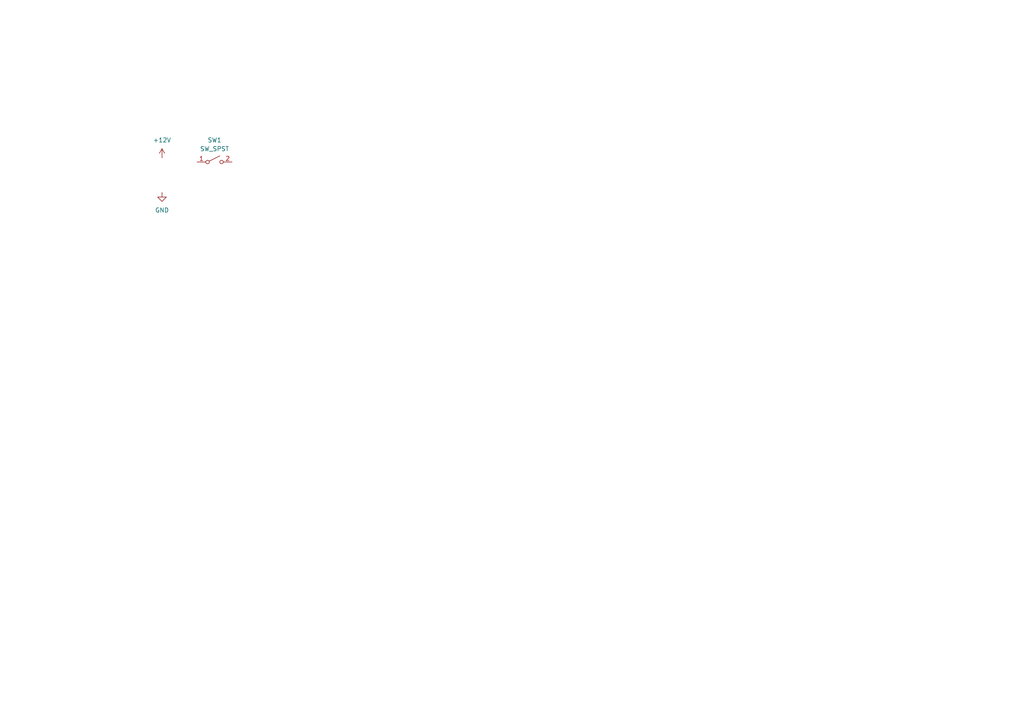
<source format=kicad_sch>
(kicad_sch (version 20231120) (generator "eeschema") (generator_version "8.0")
  (paper "A4")
  (lib_symbols
    (symbol "Switch:SW_SPST" (pin_names (offset 0) hide)
      (property "Reference" "SW" (at 0 3.175 0))
      (property "Value" "SW_SPST" (at 0 -2.54 0))
      (symbol "SW_SPST_0_0"
        (circle (center -2.032 0) (radius 0.508))
        (polyline (pts (xy -1.524 0.254) (xy 1.524 1.778)))
        (circle (center 2.032 0) (radius 0.508))
      )
      (symbol "SW_SPST_1_1"
        (pin passive line (at -5.08 0 0) (length 2.54) (name "A") (number "1"))
        (pin passive line (at 5.08 0 180) (length 2.54) (name "B") (number "2"))
      )
    )
    (symbol "power:+12V" (power) (pin_numbers hide) (pin_names (offset 0) hide)
      (property "Value" "+12V" (at 0 3.556 0))
      (symbol "+12V_0_1"
        (polyline (pts (xy -0.762 1.27) (xy 0 2.54)))
        (polyline (pts (xy 0 0) (xy 0 2.54)))
        (polyline (pts (xy 0 2.54) (xy 0.762 1.27)))
      )
      (symbol "+12V_1_1"
        (pin power_in line (at 0 0 90) (length 0) (name "~") (number "1"))
      )
    )
    (symbol "power:GND" (power) (pin_numbers hide) (pin_names (offset 0) hide)
      (property "Value" "GND" (at 0 -3.81 0))
      (symbol "GND_0_1"
        (polyline (pts (xy 0 0) (xy 0 -1.27) (xy 1.27 -1.27) (xy 0 -2.54) (xy -1.27 -1.27) (xy 0 -1.27)))
      )
      (symbol "GND_1_1"
        (pin power_in line (at 0 0 270) (length 0) (name "~") (number "1"))
      )
    )
  )
  (symbol (lib_id "power:+12V") (at 46.99 45.72 0) (unit 1)
    (property "Reference" "#PWR01" (effects (hide yes)))
    (property "Value" "+12V" (at 46.99 40.64 0))
    (property "Description" "Power symbol creates a global label with name \"+12V\"" (effects (hide yes)))
  )
  (symbol (lib_id "power:GND") (at 46.99 55.88 0) (unit 1)
    (property "Reference" "#PWR02" (effects (hide yes)))
    (property "Value" "GND" (at 46.99 60.96 0))
    (property "Description" "Power symbol creates a global label with name \"GND\" , ground" (effects (hide yes)))
  )
  (symbol (lib_id "Switch:SW_SPST") (at 62.23 46.99 0) (unit 1)
    (property "Reference" "SW1" (at 62.23 40.64 0))
    (property "Value" "SW_SPST" (at 62.23 43.18 0))
    (property "Description" "Single Pole Single Throw (SPST) switch" (effects (hide yes)))
  )
)
</source>
